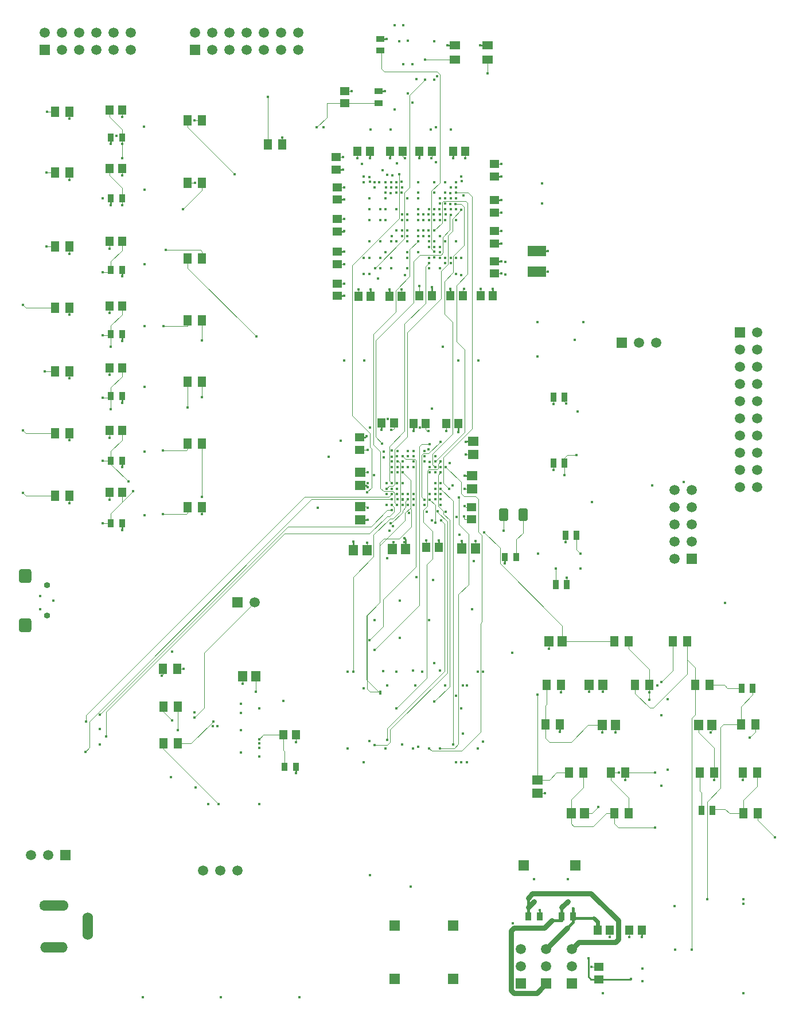
<source format=gbl>
%FSTAX23Y23*%
%MOIN*%
%SFA1B1*%

%IPPOS*%
%AMD53*
4,1,8,0.018700,0.041300,-0.018700,0.041300,-0.037400,0.022600,-0.037400,-0.022600,-0.018700,-0.041300,0.018700,-0.041300,0.037400,-0.022600,0.037400,0.022600,0.018700,0.041300,0.0*
1,1,0.037402,0.018700,0.022600*
1,1,0.037402,-0.018700,0.022600*
1,1,0.037402,-0.018700,-0.022600*
1,1,0.037402,0.018700,-0.022600*
%
%AMD73*
4,1,8,0.025600,-0.029000,0.025600,0.029000,0.019200,0.035400,-0.019200,0.035400,-0.025600,0.029000,-0.025600,-0.029000,-0.019200,-0.035400,0.019200,-0.035400,0.025600,-0.029000,0.0*
1,1,0.012835,0.019200,-0.029000*
1,1,0.012835,0.019200,0.029000*
1,1,0.012835,-0.019200,0.029000*
1,1,0.012835,-0.019200,-0.029000*
%
%ADD11R,0.045275X0.057087*%
%ADD14R,0.110236X0.062992*%
%ADD20R,0.059055X0.059055*%
%ADD28R,0.049212X0.059055*%
%ADD33R,0.057087X0.045275*%
%ADD34R,0.053150X0.061024*%
%ADD38C,0.003937*%
%ADD40C,0.031496*%
%ADD42C,0.010000*%
%ADD50C,0.059055*%
%ADD51R,0.059055X0.059055*%
%ADD52O,0.037401X0.033465*%
G04~CAMADD=53~8~0.0~0.0~748.0~826.8~187.0~0.0~15~0.0~0.0~0.0~0.0~0~0.0~0.0~0.0~0.0~0~0.0~0.0~0.0~0.0~748.0~826.8*
%ADD53D53*%
%ADD54O,0.160000X0.060000*%
%ADD55O,0.060000X0.160000*%
%ADD56O,0.170000X0.060000*%
%ADD57C,0.015748*%
%ADD70R,0.037401X0.053150*%
%ADD71R,0.061024X0.053150*%
%ADD72R,0.033465X0.051181*%
G04~CAMADD=73~8~0.0~0.0~708.7~511.8~64.2~0.0~15~0.0~0.0~0.0~0.0~0~0.0~0.0~0.0~0.0~0~0.0~0.0~0.0~270.0~512.0~708.0*
%ADD73D73*%
%ADD74R,0.051181X0.033465*%
%ADD75R,0.059055X0.049212*%
%ADD76C,0.016732*%
%ADD77C,0.022638*%
%LNpcb_take2-1-1*%
%LPD*%
G54D11*
X04019Y0799D03*
X0409D03*
X0428D03*
X04209D03*
X0445D03*
X04379D03*
X04645D03*
X04574D03*
X04534Y06405D03*
X04605D03*
X04415D03*
X04344D03*
X0423Y0641D03*
X04159D03*
X0366Y04595D03*
X03589D03*
X02579Y06005D03*
X0265D03*
X02579Y0673D03*
X0265D03*
X02579Y0709D03*
X0265D03*
X02579Y07465D03*
X0265D03*
Y0823D03*
X02579D03*
X05414Y0346D03*
X05485D03*
X0567D03*
X05599D03*
X04734Y0715D03*
X04805D03*
X0463D03*
X04559D03*
X04379D03*
X0445D03*
X04275Y07145D03*
X04204D03*
X04024D03*
X04095D03*
X0265Y0789D03*
X02579D03*
Y06365D03*
X0265D03*
X04419Y05685D03*
X0449D03*
G54D14*
X0506Y07291D03*
Y07408D03*
G54D20*
X0596Y0562D03*
X0624Y06935D03*
X04967Y0315D03*
X05116D03*
X05265D03*
G54D28*
X06263Y0414D03*
X06346D03*
X06258Y04375D03*
X06341D03*
X05716Y04885D03*
X05633D03*
X06248Y04655D03*
X06331D03*
X06091Y04375D03*
X06008D03*
X05983Y04885D03*
X06066D03*
X05853Y05138D03*
X05936D03*
X05513Y0414D03*
X05596D03*
X05576Y04375D03*
X05493D03*
X05513Y05138D03*
X05596D03*
X05248Y04375D03*
X05331D03*
X05113Y04655D03*
X05196D03*
X05118Y04885D03*
X05201D03*
X02893Y04545D03*
X02976D03*
X02893Y0476D03*
X02976D03*
X02971Y0498D03*
X02888D03*
X03116Y07805D03*
X03033D03*
X03116Y0817D03*
X03033D03*
Y0592D03*
X03116D03*
X03033Y0629D03*
X03116D03*
Y0665D03*
X03033D03*
Y07005D03*
X03116D03*
Y07365D03*
X03033D03*
X02263Y05985D03*
X02346D03*
X02263Y0635D03*
X02346D03*
X02263Y0671D03*
X02346D03*
X02263Y07435D03*
X02346D03*
X02263Y0708D03*
X02346D03*
X02263Y07865D03*
X02346D03*
X03498Y0803D03*
X03581D03*
X02263Y0822D03*
X02346D03*
G54D33*
X03945Y0834D03*
Y08269D03*
X04815Y07634D03*
Y07705D03*
Y07915D03*
Y07844D03*
Y07525D03*
Y07454D03*
Y07279D03*
Y0735D03*
X039Y0722D03*
Y07149D03*
Y07334D03*
Y07405D03*
Y07595D03*
Y07524D03*
Y0778D03*
Y07709D03*
X03895Y07955D03*
Y07884D03*
X0542Y03245D03*
Y03174D03*
X0468Y0592D03*
Y05849D03*
X0403Y06254D03*
Y06325D03*
G54D34*
X0544Y04653D03*
X05519D03*
X06D03*
X06079D03*
X05444Y04886D03*
X05365D03*
X0526Y04138D03*
X05339D03*
X05209Y0514D03*
X0513D03*
X03429Y04935D03*
X0335D03*
X04074Y0567D03*
X03995D03*
X0422Y05675D03*
X04299D03*
X04704Y0568D03*
X04625D03*
G54D38*
X04327Y06075D02*
Y06076D01*
Y05917D02*
Y06075D01*
X0428Y06122D02*
X04327Y06075D01*
Y0591D02*
Y05917D01*
X04187Y05735D02*
X0426D01*
X0417D02*
X04187D01*
X04295Y05842*
X04147Y05695D02*
X04187Y05735D01*
X04147Y05695D02*
Y05712D01*
Y05365D02*
Y05365D01*
X0414Y04847D02*
X04151D01*
X0409D02*
X0414D01*
X04074Y04914D02*
Y0529D01*
Y04864D02*
Y04914D01*
X0414Y04847D02*
X04151Y04837D01*
X04074Y04914D02*
X0414Y04847D01*
X04073Y04915D02*
X04074Y04914D01*
X02537Y07285D02*
X02586D01*
X02538Y0692D02*
X02586D01*
Y06852D02*
Y0692D01*
X02538Y06555D02*
X02586D01*
Y06565*
Y0649D02*
Y06555D01*
X02653Y0795D02*
Y08032D01*
X06081Y04163D02*
X06156D01*
X05716Y04799D02*
Y04843D01*
X05936Y04951D02*
Y05034D01*
X04159Y0847D02*
Y08576D01*
X02893Y06974D02*
X03033D01*
X04075Y06005D02*
Y06009D01*
X041Y06034*
Y06258*
X0409Y06268D02*
X041Y06258D01*
X0409Y06268D02*
Y0635D01*
X03989Y06452D02*
X0409Y0635D01*
X03989Y06452D02*
Y07325D01*
X04262Y07599*
Y07857*
X04235Y05947D02*
X04249Y05932D01*
X04235Y05947D02*
Y06D01*
X04224Y06012D02*
X04235Y06D01*
X0417Y06012D02*
X04224D01*
X0415Y0603D02*
X0417Y06012D01*
X0415Y0603D02*
Y06242D01*
X0411Y06284D02*
X0415Y06242D01*
X0411Y06284D02*
Y06927D01*
X0424Y07057*
Y0718*
X04322Y07264*
Y0742*
X0437Y07467*
X04392Y05979D02*
X04407Y05964D01*
X04392Y05979D02*
Y06224D01*
X044Y06232*
X0443*
X045Y063*
X0447Y0583D02*
Y05933D01*
X04438Y05964D02*
X0447Y05933D01*
X04574Y04539D02*
Y05955D01*
X04607Y0582D02*
Y05975D01*
Y0582D02*
X04665Y05764D01*
Y0547D02*
Y05764D01*
X04605Y05412D02*
X04665Y0547D01*
X04605Y04544D02*
Y05412D01*
X0458Y04517D02*
X04605Y04544D01*
X04497Y04517D02*
X0458D01*
X04533Y06153D02*
X04621Y06065D01*
Y06D02*
Y06065D01*
Y06D02*
X04638Y05982D01*
X04704*
X0472Y05965*
Y05777D02*
Y05965D01*
Y05777D02*
X04742Y05755D01*
Y05252D02*
Y05755D01*
X04735Y05244D02*
X04742Y05252D01*
X04735Y04612D02*
Y05244D01*
X04624Y04502D02*
X04735Y04612D01*
X0445Y04502D02*
X04624D01*
X04434Y04517D02*
X0445Y04502D01*
X0419Y04566D02*
Y04632D01*
X04525Y04967*
Y05822*
X04506Y05842D02*
X04525Y05822D01*
X04119Y04537D02*
X04192D01*
X04207Y04552*
Y04625*
X0454Y04957*
Y05837*
X04485Y05891D02*
X0454Y05837D01*
X04485Y05891D02*
Y05895D01*
X04455Y06167D02*
X0447Y06153D01*
X04455Y06167D02*
Y0623D01*
X0457Y06345*
Y06995*
X04524Y07042D02*
X0457Y06995D01*
X04524Y07042D02*
Y07232D01*
X04575Y07285*
Y0738*
X04637Y07442*
Y07665*
X0462Y07682D02*
X04637Y07665D01*
X04589Y07682D02*
X0462D01*
X04074Y04864D02*
X0409Y04847D01*
X04074Y0529D02*
X04147Y05365D01*
Y05712D02*
X0417Y05735D01*
X0426D02*
X0433Y05805D01*
Y05905*
X04327Y0591D02*
X0433Y05905D01*
X04281Y06122D02*
X04327Y06076D01*
X04295Y05885D02*
X04327Y05917D01*
X04295Y05842D02*
Y05885D01*
X04147Y05365D02*
Y05695D01*
X04073Y05291D02*
X04147Y05365D01*
X04073Y04915D02*
Y05291D01*
X04415Y0732D02*
X04434Y0734D01*
X04415Y07107D02*
Y0732D01*
X04292Y06985D02*
X04415Y07107D01*
X04292Y06362D02*
Y06985D01*
X04204Y06274D02*
X04292Y06362D01*
X04204Y06072D02*
Y06274D01*
Y06072D02*
X04217Y06058D01*
X04124Y0633D02*
X04162Y0629D01*
X04124Y0633D02*
Y0689D01*
X04344Y0711*
Y0735*
X0438Y07387*
X04504*
X04515Y07399*
Y0749*
X04556Y07532*
Y07615*
X0456Y07619*
X04088Y05146D02*
X04168Y05227D01*
Y05382*
X04359Y05572*
Y06192*
X0435Y062D02*
X04359Y06192D01*
X04297Y062D02*
X0435D01*
X04281Y06217D02*
X04297Y062D01*
X03033Y0731D02*
X0343Y06914D01*
X03033Y0731D02*
Y07365D01*
X03116Y06889D02*
Y07005D01*
Y0598D02*
Y0629D01*
X02586Y06169D02*
X02687Y06068D01*
X02586Y06169D02*
Y0619D01*
X0265Y05949D02*
Y06005D01*
X02586Y05882D02*
X0265Y05949D01*
X02586Y05825D02*
Y05882D01*
X02653Y07677D02*
Y07715D01*
X0544Y04611D02*
X0544Y0461D01*
X0544Y04611D02*
Y04653D01*
X02215Y0822D02*
X02263D01*
X02212Y07865D02*
X02263D01*
X02212Y07435D02*
X02263D01*
X02202Y0671D02*
X02263D01*
X0384Y08269D02*
X03945D01*
X0384Y08186D02*
Y08269D01*
X03783Y0813D02*
X0384Y08186D01*
X04647Y0592D02*
X0468D01*
X0464Y05927D02*
X04647Y0592D01*
X05576Y04375D02*
X05747D01*
X05716Y04843D02*
Y04885D01*
X05444Y04845D02*
X05444Y04845D01*
Y04886*
X05365Y04845D02*
X05365Y04845D01*
X05365Y04845D02*
Y04886D01*
X05633Y04837D02*
Y04885D01*
Y04837D02*
X05719Y04752D01*
X05737*
X05936Y04951*
X0412Y07311D02*
X0429Y07482D01*
Y07749*
X04322Y0778*
Y08316*
X04413Y08407*
X02893Y04728D02*
Y0476D01*
Y04728D02*
X0294Y04681D01*
X03116Y06559D02*
Y0665D01*
X03052Y04545D02*
X0318Y04673D01*
X02976Y04545D02*
X03052D01*
X04217Y05932D02*
X04232Y05919D01*
Y05892D02*
Y05919D01*
X04206Y05867D02*
X04232Y05892D01*
X0419Y05867D02*
X04206D01*
X04088Y05765D02*
X0419Y05867D01*
X03595Y05765D02*
X04088D01*
X02559Y04729D02*
X03595Y05765D01*
X02559Y04585D02*
Y04729D01*
X02521Y04714D02*
X03614Y05807D01*
X04098*
X04193Y05902*
X04217*
X02437Y04497D02*
X02462Y04522D01*
Y04674*
X03752Y05965*
X04218*
X04202Y0598D02*
X04217Y05995D01*
X03712Y0598D02*
X04202D01*
X0244Y04709D02*
X03712Y0598D01*
X0244Y04672D02*
Y04709D01*
X05209Y0514D02*
Y05229D01*
X04847Y05592D02*
X05209Y05229D01*
X04847Y05592D02*
Y05682D01*
X04755Y05774D02*
X04847Y05682D01*
X03033Y06499D02*
Y0665D01*
X04212Y05825D02*
X04215D01*
X04281Y0589*
Y05901*
X04299Y05919*
Y05952*
X0431Y05965*
X04591Y07748D02*
X04663D01*
X04684Y07727*
Y06375D02*
Y07727D01*
X04519Y0621D02*
X04684Y06375D01*
X04519Y0606D02*
Y0621D01*
Y0606D02*
X0455Y06027D01*
X05173Y0547D02*
Y05563D01*
X04465Y0479D02*
X04554Y04877D01*
Y05846*
X04519Y0588D02*
X04554Y05846D01*
X04519Y0588D02*
Y05895D01*
X04487Y05927D02*
X04519Y05895D01*
X04487Y05927D02*
Y06107D01*
X04501Y06122*
X04639Y05853D02*
Y05865D01*
Y05853D02*
X04644Y05849D01*
X0468*
X04867Y05782D02*
Y05875D01*
X04487Y0617D02*
X04502Y06185D01*
X04487Y06147D02*
Y0617D01*
X0448Y06139D02*
X04487Y06147D01*
X04432Y06139D02*
X0448D01*
X04424Y0613D02*
X04432Y06139D01*
X04424Y05927D02*
Y0613D01*
X04401Y05904D02*
X04424Y05927D01*
X04401Y05832D02*
Y05904D01*
Y05832D02*
X04455Y05778D01*
Y0562D02*
Y05778D01*
X0442Y05585D02*
X04455Y0562D01*
X0442Y04925D02*
Y05585D01*
X04245Y0475D02*
X0442Y04925D01*
X05221Y06105D02*
Y06175D01*
X05065Y04334D02*
Y04829D01*
X0425Y06185D02*
X04257D01*
X04267Y06175*
Y05895D02*
Y06175D01*
X04224Y05853D02*
X04267Y05895D01*
X04207Y05853D02*
X04224D01*
X04112Y05758D02*
X04207Y05853D01*
X04112Y05632D02*
Y05758D01*
X03994Y05512D02*
X04112Y05632D01*
X03994Y04962D02*
Y05512D01*
X04187Y06027D02*
X04202Y06044D01*
X04224*
X04234Y06054*
Y06255*
X04309Y0633*
Y06937*
X04505Y07134*
Y07292*
X04545Y07332*
Y07501*
X0457Y07526*
Y07597*
X04622Y07649*
X0307Y04697D02*
X03127Y04754D01*
Y05072*
X0342Y05365*
X05221Y06175D02*
Y06207D01*
X05237Y06224*
X05291*
X05221Y06532D02*
Y0656D01*
Y06532D02*
X05232Y06522D01*
X03033Y08129D02*
Y0817D01*
Y08129D02*
X03305Y07857D01*
X03116Y05879D02*
Y0592D01*
X03115Y05879D02*
X03116Y05879D01*
X0265Y05949D02*
X02714Y06012D01*
X0403Y06254D02*
X04078D01*
X04119Y0509D02*
X04379Y0535D01*
Y06272*
X04393Y06287*
X04437*
X0447Y06185D02*
X0464Y06355D01*
Y06837*
X04595Y06884D02*
X0464Y06837D01*
X04595Y06884D02*
Y07211D01*
X04658Y07275*
Y07689*
X04648Y077D02*
X04658Y07689D01*
X04519Y077D02*
X04648D01*
X04511Y07692D02*
X04519Y077D01*
X04511Y07574D02*
Y07692D01*
X04465Y07529D02*
X04511Y07574D01*
X04501Y06027D02*
X04574Y05955D01*
X04069Y05924D02*
X04077Y05916D01*
X04035Y05924D02*
X04069D01*
X04423Y06364D02*
X04431D01*
X04415Y06372D02*
X04423Y06364D01*
X04415Y06372D02*
Y06405D01*
X04035Y06124D02*
X04077D01*
X04214Y06369D02*
X04222D01*
X0423Y06377*
Y0641*
X0415Y08576D02*
X04159D01*
Y0847D02*
X04175Y08452D01*
X0448*
X04497Y08435*
Y07807D02*
Y08435D01*
X04449Y0776D02*
X04497Y07807D01*
X04449Y07424D02*
Y0776D01*
Y07424D02*
X04465Y07407D01*
X02586Y07285D02*
Y073D01*
X04228Y05713D02*
Y05717D01*
X0422Y05705D02*
X04228Y05713D01*
X0422Y05675D02*
Y05705D01*
X04635Y0719D02*
X04638D01*
X0463Y07184D02*
X04635Y0719D01*
X0463Y0715D02*
Y07184D01*
X04379Y0715D02*
Y07206D01*
X0429Y07949D02*
X04296D01*
X0428Y0796D02*
X0429Y07949D01*
X0428Y0796D02*
Y0799D01*
X04775Y08442D02*
Y08523D01*
X04449Y07949D02*
X0445Y0795D01*
Y0799*
X05983Y04713D02*
Y04885D01*
X05962Y04692D02*
X05983Y04713D01*
X05962Y03347D02*
Y04692D01*
X02976Y04622D02*
Y0476D01*
X05853Y0497D02*
Y05138D01*
X05785Y04902D02*
X05853Y0497D01*
X05576Y04334D02*
Y04375D01*
X05575Y04334D02*
X05576Y04334D01*
X05381Y04138D02*
X05419Y04175D01*
X05339Y04138D02*
X05381D01*
X05535Y04057D02*
X05747D01*
X05513Y04079D02*
X05535Y04057D01*
X05513Y04079D02*
Y0414D01*
X03429Y04846D02*
Y04935D01*
X04413Y08523D02*
X04585D01*
X0526Y0408D02*
Y04138D01*
Y0408D02*
X05276Y04064D01*
X05387*
X05464Y0414*
X05513*
X03472Y04595D02*
X03589D01*
X03449Y04571D02*
X03472Y04595D01*
X05291Y05674D02*
Y05755D01*
Y05674D02*
X05315Y0565D01*
X0288Y04938D02*
X02888Y04946D01*
Y0498*
X02971D02*
X03009D01*
X0618Y0414D02*
X06263D01*
X06156Y04163D02*
X0618Y0414D01*
X06081Y04157D02*
Y04163D01*
X06071Y0461D02*
X06079Y04618D01*
Y04653*
X0605Y0364D02*
Y04207D01*
X06127Y04285*
Y04639*
X06144Y04655*
X06248*
X06316Y04828D02*
Y04867D01*
X06248Y04761D02*
X06316Y04828D01*
X06248Y04655D02*
Y04761D01*
X06091Y04375D02*
Y0452D01*
X06Y0461D02*
X06091Y0452D01*
X06Y0461D02*
Y04653D01*
X02074Y07097D02*
X02091Y0708D01*
X02263*
X02074Y06367D02*
X02091Y0635D01*
X02263*
X02074Y06002D02*
X02091Y05985D01*
X02263*
X02653Y07715D02*
Y07776D01*
X02579Y0785D02*
X02653Y07776D01*
X02579Y0785D02*
Y0789D01*
X05596Y0414D02*
Y04231D01*
X05493Y04334D02*
X05596Y04231D01*
X05493Y04334D02*
Y04375D01*
X06331Y04614D02*
Y04655D01*
X06297Y0458D02*
X06331Y04614D01*
X03498Y0803D02*
Y08307D01*
X02653Y0807D02*
Y08116D01*
X02579Y0819D02*
X02653Y08116D01*
X02579Y0819D02*
Y0823D01*
X05716Y04885D02*
Y04977D01*
X05596Y05097D02*
X05716Y04977D01*
X05596Y05097D02*
Y05138D01*
X02653Y08032D02*
Y0807D01*
X02893Y04513D02*
Y04545D01*
Y04513D02*
X03213Y04193D01*
X03033Y06258D02*
Y0629D01*
X03024Y06249D02*
X03033Y06258D01*
X02888Y06249D02*
X03024D01*
X03033Y05887D02*
Y0592D01*
X03024Y05879D02*
X03033Y05887D01*
X02888Y05879D02*
X03024D01*
X02586Y0692D02*
Y06925D01*
X06346Y04099D02*
X06445Y04D01*
X06346Y04099D02*
Y0414D01*
X03033Y06974D02*
Y07005D01*
Y07805D02*
X03074D01*
X03116Y07365D02*
Y07407D01*
X03107Y07417D02*
X03116Y07407D01*
X02904Y07417D02*
X03107D01*
X05359Y04653D02*
X0544D01*
X0526Y04554D02*
X05359Y04653D01*
X05135Y04554D02*
X0526D01*
X05113Y04575D02*
X05135Y04554D01*
X05113Y04575D02*
Y04655D01*
X03116Y07764D02*
Y07805D01*
X03006Y07654D02*
X03116Y07764D01*
X06091Y04333D02*
Y04375D01*
X05493D02*
X05539D01*
X0307Y0817D02*
X03116D01*
X02538Y0619D02*
X02586D01*
X02537Y05825D02*
X02586D01*
X0265Y07413D02*
Y07465D01*
X02586Y0735D02*
X0265Y07413D01*
X02586Y073D02*
Y0735D01*
X0265Y07038D02*
Y0709D01*
X02586Y06975D02*
X0265Y07038D01*
X02586Y06925D02*
Y06975D01*
X0265Y06678D02*
Y0673D01*
X02586Y06615D02*
X0265Y06678D01*
X02586Y06565D02*
Y06615D01*
X0265Y06308D02*
Y06365D01*
X02586Y06245D02*
X0265Y06308D01*
X02586Y0619D02*
Y06245D01*
X05176Y04375D02*
X05248D01*
X05135Y04334D02*
X05176Y04375D01*
X05065Y04334D02*
X05135D01*
X05118Y04772D02*
Y04885D01*
X05113Y04767D02*
X05118Y04772D01*
X05113Y04655D02*
Y04767D01*
X05361Y05138D02*
X05513D01*
X0536Y0514D02*
X05361Y05138D01*
X05209Y0514D02*
X0536D01*
X03589Y04505D02*
Y04595D01*
Y04505D02*
X03596Y04499D01*
Y0441D02*
Y04499D01*
X04042Y08271D02*
X0414D01*
X0404Y08269D02*
X04042Y08271D01*
X03945Y08269D02*
X0404D01*
X05331Y04291D02*
Y04375D01*
X0526Y0422D02*
X05331Y04291D01*
X0526Y04138D02*
Y0422D01*
X06008Y0427D02*
Y04375D01*
Y0427D02*
X06018Y0426D01*
Y04157D02*
Y0426D01*
X06341Y04295D02*
Y04375D01*
X06263Y04217D02*
X06341Y04295D01*
X06263Y0414D02*
Y04217D01*
X06168Y04867D02*
X06253D01*
X0615Y04885D02*
X06168Y04867D01*
X06066Y04885D02*
X0615D01*
X05936Y05034D02*
Y05138D01*
Y05034D02*
X05983Y04987D01*
Y04885D02*
Y04987D01*
X04982Y05771D02*
Y05875D01*
X04943Y05732D02*
X04982Y05771D01*
X04943Y0563D02*
Y05732D01*
X0366Y04554D02*
Y04595D01*
X0335Y04892D02*
Y04935D01*
X02346Y05943D02*
Y05985D01*
X02579Y05964D02*
Y06005D01*
X05065Y04255D02*
X05107D01*
X02346Y06308D02*
Y0635D01*
X04074Y0567D02*
Y05712D01*
X02579Y06324D02*
Y06365D01*
X05379Y03245D02*
X0542D01*
X05485Y03419D02*
Y0346D01*
X04419Y05685D02*
Y05725D01*
X05599Y03419D02*
Y0346D01*
X05201Y04843D02*
Y04885D01*
X02346Y06668D02*
Y0671D01*
X02579Y06689D02*
Y0673D01*
X0513Y05097D02*
Y0514D01*
X04704Y0568D02*
Y05722D01*
X05519Y0461D02*
Y04653D01*
X04642Y06025D02*
X04685D01*
X05236Y0547D02*
Y05508D01*
X02346Y07038D02*
Y0708D01*
X02579Y07049D02*
Y0709D01*
X04647Y06225D02*
X0469D01*
X05228Y05716D02*
Y05755D01*
X04534Y06364D02*
Y06405D01*
X02346Y07393D02*
Y07435D01*
X06258Y04333D02*
Y04375D01*
X05158Y06136D02*
Y06175D01*
X02579Y07424D02*
Y07465D01*
X04024Y07145D02*
Y07185D01*
X039Y0722D02*
X0394D01*
X04275Y07145D02*
Y07185D01*
X039Y07334D02*
X0394D01*
X05158Y06521D02*
Y0656D01*
X02346Y07823D02*
Y07865D01*
X0265Y07849D02*
Y0789D01*
X04734Y0715D02*
Y0719D01*
X039Y07595D02*
X0394D01*
X04815Y07279D02*
X04855D01*
X039Y0778D02*
X0394D01*
X02346Y08178D02*
Y0822D01*
X0265Y08189D02*
Y0823D01*
X03581Y0803D02*
Y08071D01*
X0506Y07291D02*
X05126D01*
X03895Y07955D02*
X03935D01*
X04815Y07525D02*
X04855D01*
X04019Y07949D02*
Y0799D01*
X04815Y07634D02*
X04855D01*
X04645Y07949D02*
Y0799D01*
X04815Y07915D02*
X04855D01*
X03945Y0834D02*
X03985D01*
G54D40*
X05116Y0335D02*
X05238Y03472D01*
X0506Y03094D02*
X05116Y0315D01*
X04927Y03094D02*
X0506D01*
X04912Y0311D02*
X04927Y03094D01*
X04912Y0311D02*
Y03455D01*
X04927Y03472*
X05105*
X05147Y03515*
X05206Y03594D02*
X0524Y03627D01*
X05011Y03594D02*
X05045Y03627D01*
X05011Y03647D02*
X05036Y03672D01*
X05375D02*
X05534Y03515D01*
X05036Y03672D02*
X05375D01*
X05534Y03407D02*
Y03515D01*
X05517Y0339D02*
X05534Y03407D01*
X05305Y0339D02*
X05517D01*
X05265Y0335D02*
X05305Y0339D01*
G54D42*
X04299Y05675D02*
Y05733D01*
X04035Y05845D02*
X04077D01*
X04069Y06045D02*
X04077Y06037D01*
X04035Y06045D02*
X04069D01*
X0445Y0715D02*
Y07198D01*
X04344Y06364D02*
Y06405D01*
X03995Y0567D02*
Y0572D01*
X04291Y05741D02*
X04299Y05733D01*
X04647Y06299D02*
X04652Y06304D01*
X0469*
X04062Y06325D02*
X0407Y06333D01*
X0403Y06325D02*
X04062D01*
X04605Y06356D02*
Y06405D01*
X03939Y07524D02*
X0394Y07525D01*
X039Y07524D02*
X03939D01*
X0567Y03419D02*
Y0346D01*
X03663Y04372D02*
Y0441D01*
X02653Y05787D02*
Y05825D01*
X05078Y0354D02*
Y03577D01*
X02653Y06152D02*
Y0619D01*
X05196Y04613D02*
Y04655D01*
X02653Y06527D02*
Y06565D01*
X0449Y05685D02*
Y05725D01*
X04625Y0568D02*
Y05722D01*
X04876Y05592D02*
Y0563D01*
X02653Y06887D02*
Y06925D01*
X04159Y06369D02*
Y0641D01*
X04642Y06104D02*
X04685D01*
X02653Y07262D02*
Y073D01*
X039Y07149D02*
X0394D01*
X04095Y07145D02*
Y07185D01*
X04204Y07145D02*
Y07185D01*
X02586Y07677D02*
Y07715D01*
X039Y07405D02*
X0394D01*
X04559Y0715D02*
Y0719D01*
X04805Y0715D02*
Y0719D01*
X039Y07709D02*
X0394D01*
X02586Y08032D02*
Y0807D01*
X04815Y0735D02*
X04855D01*
X03895Y07884D02*
X03935D01*
X04815Y07454D02*
X04855D01*
X0506Y07408D02*
X05126D01*
X0409Y07949D02*
Y0799D01*
X04209Y07949D02*
Y0799D01*
X04815Y07705D02*
X04855D01*
X04379Y07949D02*
Y0799D01*
X04815Y07844D02*
X04855D01*
X04574Y07949D02*
Y0799D01*
X0414Y08338D02*
X04177D01*
X0415Y08643D02*
X04187D01*
X04543Y08606D02*
X04585D01*
X04733D02*
X04775D01*
X0542Y03174D02*
X05606D01*
X05607Y03175*
X0536Y0319D02*
Y03295D01*
Y0319D02*
X05375Y03174D01*
X0542*
G54D50*
X0312Y03805D03*
X0322D03*
X0332D03*
X0586Y0602D03*
X0596D03*
X0586Y0592D03*
X0596D03*
X0586Y0582D03*
X0596D03*
X0586Y0572D03*
X0596D03*
X0586Y0562D03*
X0634Y06935D03*
X0624Y06835D03*
X0634D03*
X0624Y06735D03*
X0634D03*
X0624Y06635D03*
X0634D03*
X0624Y06535D03*
X0634D03*
X0624Y06435D03*
X0634D03*
X0624Y06335D03*
X0634D03*
X0624Y06235D03*
X0634D03*
X0624Y06135D03*
X0634D03*
X0624Y06035D03*
X0634D03*
X05655Y06875D03*
X05755D03*
X027Y0868D03*
Y0858D03*
X026Y0868D03*
Y0858D03*
X025Y0868D03*
Y0858D03*
X024Y0868D03*
Y0858D03*
X023Y0868D03*
Y0858D03*
X022Y0868D03*
X04967Y0325D03*
Y0335D03*
X05116Y0325D03*
Y0335D03*
X0222Y03895D03*
X0212D03*
X05265Y0325D03*
Y0335D03*
X03075Y0868D03*
X03175Y0858D03*
Y0868D03*
X03275Y0858D03*
Y0868D03*
X03375Y0858D03*
Y0868D03*
X03475Y0858D03*
Y0868D03*
X03575Y0858D03*
Y0868D03*
X03675Y0858D03*
Y0868D03*
X0342Y05365D03*
G54D51*
X05555Y06875D03*
X04985Y03835D03*
X05285D03*
X022Y0858D03*
X04575Y03485D03*
X04235D03*
X04575Y03175D03*
X04235D03*
X0232Y03895D03*
X03075Y0858D03*
X0332Y05365D03*
G54D52*
X02215Y05289D03*
Y05465D03*
G54D53*
X02089Y05521D03*
Y05233D03*
G54D54*
X02255Y0336D03*
G54D55*
X02451Y03482D03*
G54D56*
X02255Y03604D03*
G54D57*
X04452Y05842D03*
X04187Y05932D03*
X05299Y06476D03*
X04276Y07812D03*
X0443Y06255D03*
X04187Y05995D03*
X04075Y06005D03*
X04262Y07857D03*
X0437Y07467D03*
X04557Y07682D03*
X04249Y05932D03*
X04465Y05012D03*
X04497Y0497D03*
X04591Y0778D03*
X045Y063D03*
X0447Y0583D03*
X04438Y05964D03*
X04497Y07685D03*
X04695Y05605D03*
X04574Y04539D03*
X04294Y07269D03*
X04495Y07652D03*
X0447Y06122D03*
X04634Y07733D03*
X04607Y05975D03*
X04497Y04517D03*
X0443Y07622D03*
X04533Y06153D03*
X04434Y04517D03*
X0419Y04566D03*
X04506Y05842D03*
X0447Y06185D03*
X04119Y04537D03*
X04485Y05895D03*
X0447Y06153D03*
X04589Y07682D03*
X04502Y06154D03*
X04452Y06494D03*
X04151Y04847D03*
X0428Y06122D03*
X04463Y07622D03*
X04281Y06122D03*
X04151Y04837D03*
X04187Y06059D03*
X04137Y0725D03*
X04497Y07622D03*
X0453Y07624D03*
X04434Y0734D03*
X04217Y06058D03*
X04249Y06059D03*
X04162Y0629D03*
X0456Y07619D03*
X04464Y07588D03*
X04219Y06027D03*
X04088Y05146D03*
X04281Y06217D03*
X04249Y06216D03*
X04115Y06107D03*
X04092Y06384D03*
X04217Y06248D03*
X04088Y0456D03*
X04172Y06244D03*
X0417Y06209D03*
X03787Y05915D03*
X04591Y04437D03*
X04655Y04437D03*
X04217Y06185D03*
X04632Y04602D03*
X04118Y05263D03*
X04217Y06154D03*
X04749Y04557D03*
X0425Y06122D03*
X04686Y05325D03*
X04654Y04882D03*
X04217Y06122D03*
X04265Y05159D03*
X04591Y04824D03*
X04312Y06247D03*
X04317Y05885D03*
X0428Y05995D03*
X0343Y06914D03*
X04312Y05995D03*
X03116Y06889D03*
X04344Y05965D03*
X03116Y0598D03*
X02537Y07285D03*
X0425Y06154D03*
X04532Y05894D03*
X04204Y05784D03*
X02586Y0649D03*
X04594Y05862D03*
X02687Y06068D03*
X04501Y05965D03*
X0538Y05949D03*
X04312Y06217D03*
Y06154D03*
X0425Y05965D03*
X02653Y0795D03*
X04213Y07745D03*
X02653Y07677D03*
X02537Y07715D03*
X04214Y0778D03*
X04119Y07811D03*
X04166Y0788D03*
X04185Y0778D03*
X04249Y0792D03*
X04277Y0778D03*
X0544Y0461D03*
X04344Y05932D03*
X0294Y0508D03*
X02215Y0822D03*
X02212Y07865D03*
Y07435D03*
X02202Y0671D03*
X0382Y0813D03*
X04088Y07277D03*
X03783Y0813D03*
X0464Y05927D03*
X0457Y06045D03*
X05747Y04375D03*
X05716Y04843D03*
X05444Y04845D03*
X05716Y04799D03*
X0576Y04883D03*
X05365Y04845D03*
X05064Y06995D03*
X0528Y06892D03*
X04434Y07497D03*
X04475Y07927D03*
Y0813D03*
X04465Y07374D03*
X04235Y08234D03*
X0412Y07311D03*
X04413Y08407D03*
X04482Y08425D03*
X04592Y07277D03*
X06154Y05362D03*
X04457Y05497D03*
X0294Y04681D03*
X03077Y04291D03*
X03116Y06559D03*
X0318Y04673D03*
X04438Y06122D03*
X04439Y06154D03*
X04217Y05932D03*
X02559Y04585D03*
X02521Y04714D03*
X04217Y05902D03*
X02437Y04497D03*
X04218Y05965D03*
X04217Y05995D03*
X0244Y04672D03*
X04514Y06852D03*
X02586D03*
X04465Y07465D03*
X04344Y06153D03*
X0428Y05965D03*
X04529Y07686D03*
X04437Y06184D03*
X04755Y05774D03*
X03033Y06499D03*
X04212Y05825D03*
X0431Y05965D03*
X04497Y07497D03*
X0455Y06027D03*
X04622Y0475D03*
X04591Y07748D03*
X04407Y05964D03*
X04529Y04882D03*
X0461Y05761D03*
X05173Y05563D03*
X04465Y0479D03*
X04501Y06122D03*
X04639Y05865D03*
X04867Y05782D03*
X04407Y06247D03*
X04917Y05072D03*
X0437Y04525D03*
X04182Y04517D03*
X04355Y04882D03*
X04245Y0475D03*
X04465Y07654D03*
X04555Y06176D03*
X04167Y04965D03*
X04749Y04962D03*
X05221Y06105D03*
X0419Y05622D03*
X04337Y08497D03*
X04362Y08408D03*
X045Y05995D03*
X05065Y04829D03*
X0425Y06185D03*
X03994Y04962D03*
X04187Y06027D03*
X04622Y07649D03*
X04226Y0581D03*
X04249Y05995D03*
X0307Y04697D03*
X05291Y06224D03*
X04439Y05995D03*
X0436Y05512D03*
X0626Y03612D03*
X0429Y05717D03*
X0447Y05996D03*
X05232Y06522D03*
X04222Y0785D03*
X04214Y07811D03*
X04245Y0778D03*
X04146Y07811D03*
X0419Y07854D03*
X04045Y07917D03*
X04276Y07749D03*
X03305Y07857D03*
X0409Y07812D03*
X04077Y05845D03*
X03115Y05879D03*
X04312Y05932D03*
X02714Y06012D03*
X0447Y05965D03*
X04078Y06254D03*
X04119Y0509D03*
X04437Y06287D03*
X04502Y06154D03*
X04407Y06216D03*
X05732Y06047D03*
X04501Y06059D03*
X04465Y07529D03*
X04501Y06027D03*
X0456Y07652D03*
X04217Y07497D03*
X0428Y06059D03*
X04423Y05893D03*
X04056Y04866D03*
X04077Y05916D03*
X04078Y0606D03*
X04344Y06217D03*
X04192Y04882D03*
X04077Y06037D03*
X04195Y06434D03*
X0438Y06384D03*
X0445Y07198D03*
X04344Y06364D03*
X04431D03*
X04432Y0753D03*
X0447Y06216D03*
X03852Y06212D03*
X0425Y06247D03*
X04077Y06124D03*
X04214Y06369D03*
X0392Y06307D03*
X04217Y06214D03*
X04344Y06247D03*
X04465Y07407D03*
X04623Y07268D03*
X03995Y0572D03*
X04291Y05741D03*
X04281Y05964D03*
X04434Y05262D03*
X04228Y05717D03*
X04497Y07432D03*
X04344Y06185D03*
X0428D03*
X04265Y05375D03*
X04277Y04541D03*
X04502Y06185D03*
X0456Y07717D03*
X04647Y06299D03*
X0407Y06333D03*
X04638Y0719D03*
X04395Y04962D03*
X04631Y04882D03*
X04529Y0737D03*
X04285Y08497D03*
X04379Y07206D03*
X04296Y07949D03*
X02175Y05402D03*
X03342Y04494D03*
X03449Y04469D03*
X0225Y05377D03*
X04465Y08407D03*
X04775Y08442D03*
X04559Y07745D03*
X04311Y08327D03*
X04449Y07949D03*
X04312Y08632D03*
X05962Y03347D03*
X05915Y06065D03*
X04605Y06356D03*
X0434Y0497D03*
X04249Y06059D03*
X04245Y04962D03*
X03204Y04647D03*
X02976Y04622D03*
X04337Y08272D03*
X04626Y07815D03*
X05785Y04902D03*
X05575Y04334D03*
X05419Y04175D03*
X05747Y04057D03*
X03429Y04846D03*
X03449Y04519D03*
X04413Y08523D03*
X03449Y04571D03*
X05315Y0565D03*
X0288Y04938D03*
X03009Y0498D03*
X06071Y0461D03*
X0605Y0364D03*
X04528Y07749D03*
X02074Y07097D03*
Y06367D03*
Y06002D03*
X06297Y0458D03*
X02538Y06555D03*
X03498Y08307D03*
X02617Y0808D03*
X02653Y08032D03*
X03213Y04193D03*
X02888Y06249D03*
Y05879D03*
X02538Y0692D03*
X06445Y04D03*
X02893Y06974D03*
X04087Y07839D03*
X03074Y07805D03*
X02904Y07417D03*
X03006Y07654D03*
X06091Y04333D03*
X05539Y04375D03*
X0307Y0817D03*
X02538Y0619D03*
X02537Y05825D03*
X03152Y04192D03*
X0307Y04725D03*
X04922Y035D03*
X0394Y07525D03*
X04309Y07465D03*
X04245Y07529D03*
X04182Y0759D03*
X04434D03*
X0437Y07654D03*
X0277Y03069D03*
X03225D03*
X02522Y04541D03*
X0368Y03069D03*
X03177Y04647D03*
X03448Y04545D03*
X03342Y04622D03*
Y04724D03*
X03448Y0475D03*
X03342Y04775D03*
X0366Y04554D03*
X02174Y05326D03*
X0335Y04892D03*
X03589Y04794D03*
X04327Y03713D03*
X04056Y04437D03*
X03962Y04962D03*
X0434Y04517D03*
X02346Y05943D03*
X02782Y05873D03*
X02579Y05964D03*
X04717Y04517D03*
X05045Y03755D03*
X05107Y04255D03*
X0524Y03755D03*
X02346Y06308D03*
X02782Y06243D03*
X04074Y05712D03*
X02579Y06324D03*
X05379Y03245D03*
X05485Y03419D03*
X04419Y05725D03*
X05599Y03419D03*
X05675Y03237D03*
X05201Y04843D03*
X02346Y06668D03*
X02782Y06618D03*
X04281Y05933D03*
X02579Y06689D03*
X0513Y05097D03*
X04249Y06027D03*
X04407Y05933D03*
X04704Y05722D03*
X04344Y05996D03*
X04501Y05933D03*
X05865Y03347D03*
X05519Y0461D03*
X04281Y06153D03*
X0447Y06027D03*
X05863Y03598D03*
X0447Y06059D03*
X04407Y06185D03*
X05785Y04299D03*
X04642Y06025D03*
X05236Y05508D03*
X02782Y06973D03*
X02346Y07038D03*
X05068Y0565D03*
X02579Y07049D03*
X05316Y05563D03*
X05785Y04709D03*
X04647Y06225D03*
X05228Y05716D03*
X04534Y06364D03*
X0626Y03094D03*
X03941Y06773D03*
X0626Y03639D03*
X02782Y07333D03*
X02346Y07393D03*
X06258Y04333D03*
X05158Y06136D03*
X02579Y07424D03*
X04024Y07185D03*
X0394Y0722D03*
X04606Y06773D03*
X04275Y07185D03*
X0394Y07334D03*
X05158Y06521D03*
X04056Y07276D03*
Y07371D03*
X02782Y07766D03*
X04214Y07308D03*
X02346Y07823D03*
X04151Y07371D03*
X05064Y06795D03*
X0265Y07849D03*
X04088Y07465D03*
X04434Y07308D03*
X04308Y07371D03*
X04734Y0719D03*
X0394Y07595D03*
X04214Y07465D03*
X04497Y07371D03*
X0456Y07339D03*
X04151Y07591D03*
X04434Y07434D03*
X0456Y07371D03*
X04308Y07497D03*
X04465Y07434D03*
X04277Y07528D03*
X04088Y07654D03*
X04623Y07371D03*
X04402Y07497D03*
X04371Y07528D03*
X04855Y07279D03*
X04308Y07591D03*
X04182Y07654D03*
X0394Y0778D03*
X04277Y07622D03*
X04402Y07591D03*
X04591Y07465D03*
X04371Y07622D03*
X04879Y07274D03*
X04182Y07748D03*
X04528Y07591D03*
X04119Y0778D03*
X02777Y08133D03*
X02346Y08178D03*
X04434Y07654D03*
X04056Y07843D03*
X0265Y08189D03*
X03581Y08071D03*
X05126Y07291D03*
X04371Y07748D03*
X04245Y07811D03*
X03935Y07955D03*
X04591Y07654D03*
X04855Y07525D03*
X04528Y07717D03*
X04019Y07949D03*
X04465Y07811D03*
X0456Y0778D03*
X04855Y07634D03*
X04623Y07843D03*
X04213Y08116D03*
X05091Y07686D03*
X04446Y08116D03*
X04645Y07949D03*
X04855Y07915D03*
X03985Y0834D03*
X04465Y08631D03*
X05675Y03162D03*
X0567Y03419D03*
X04245Y07465D03*
X04277Y07497D03*
X04371D03*
X04434Y07465D03*
X04308Y07528D03*
X04277Y07591D03*
X04402Y07528D03*
X04371Y07591D03*
X04308Y07622D03*
X04245Y07654D03*
X04402Y07622D03*
X02522Y04628D03*
X03447Y04193D03*
X03663Y04372D03*
X03962Y04517D03*
X02653Y05787D03*
X04623Y04437D03*
X05078Y03577D03*
X02653Y06152D03*
X04717Y04962D03*
X05196Y04613D03*
X02653Y06527D03*
X0449Y05725D03*
X04625Y05722D03*
X04876Y05592D03*
X02653Y06887D03*
X04159Y06369D03*
X05822Y04393D03*
X04642Y06104D03*
X05822Y04803D03*
X02653Y07262D03*
X04058Y06773D03*
X0394Y07149D03*
X04095Y07185D03*
X04204D03*
X04723Y06773D03*
X02586Y07677D03*
X0394Y07405D03*
X04151Y07308D03*
X04088Y07371D03*
X04559Y0719D03*
X04308Y07308D03*
X04214Y07371D03*
X04182Y07402D03*
X04151Y07465D03*
X04497Y07308D03*
X04308Y07402D03*
X04371D03*
X04434Y07371D03*
X04805Y0719D03*
X04528Y07339D03*
X04088Y07591D03*
X04497Y07402D03*
X0394Y07709D03*
X04591Y07371D03*
X02586Y08032D03*
X04151Y07654D03*
X04528Y07465D03*
X04088Y07717D03*
X05331Y06995D03*
X04855Y0735D03*
X04182Y07717D03*
X04497Y07591D03*
X04056Y07811D03*
X04879Y07345D03*
X03935Y07884D03*
X04308Y07717D03*
X04245Y07748D03*
X04591Y07591D03*
X04371Y07717D03*
X04855Y07454D03*
X04182Y07811D03*
X04528Y07654D03*
X04497Y07717D03*
X04465Y07748D03*
X04371Y07811D03*
X04591Y07717D03*
X05126Y07408D03*
X0409Y07949D03*
X04528Y07811D03*
X04591D03*
X04209Y07949D03*
X04096Y08116D03*
X04855Y07705D03*
X04379Y07949D03*
X04855Y07844D03*
X04574Y07949D03*
X04563Y08116D03*
X05091Y07803D03*
X04177Y08338D03*
X04187Y08643D03*
X04234Y08722D03*
X0426Y08631D03*
X04286Y08722D03*
X04543Y08606D03*
X04733D03*
X05607Y03175D03*
X05444Y03094D03*
X05273Y03587D03*
X0409Y0378D03*
X0524Y03627D03*
X05045D03*
X0536Y03295D03*
X02935Y04349D03*
G54D70*
X06253Y04867D03*
X06316D03*
X06018Y04157D03*
X06081D03*
X05291Y05755D03*
X05228D03*
X05158Y06175D03*
X05221D03*
X05158Y0656D03*
X05221D03*
X05173Y0547D03*
X05236D03*
G54D71*
X05065Y04334D03*
Y04255D03*
X0469Y06225D03*
Y06304D03*
X04685Y06025D03*
Y06104D03*
X04035Y05924D03*
Y05845D03*
Y06124D03*
Y06045D03*
G54D72*
X04943Y0563D03*
X04876D03*
X03596Y0441D03*
X03663D03*
X02653Y07715D03*
X02586D03*
X02653Y0807D03*
X02586D03*
Y073D03*
X02653D03*
X02586Y06925D03*
X02653D03*
X02586Y06565D03*
X02653D03*
X02586Y0619D03*
X02653D03*
X02586Y05825D03*
X02653D03*
X05011Y0354D03*
X05078D03*
X05273D03*
X05206D03*
G54D73*
X04982Y05875D03*
X04867D03*
G54D74*
X0414Y08271D03*
Y08338D03*
X0415Y08576D03*
Y08643D03*
G54D75*
X04775Y08606D03*
Y08523D03*
X04585Y08606D03*
Y08523D03*
G54D76*
X05273Y0353D02*
X05392D01*
X05147Y03515D02*
X05206D01*
X05273Y0354D02*
Y03587D01*
X05238Y03472D02*
X05273Y03507D01*
Y0353*
Y0354*
X05206Y03515D02*
Y0354D01*
Y03594*
X05011Y0354D02*
Y03594D01*
Y03647*
G54D77*
X05392Y0353D02*
X05414Y03508D01*
Y0346D02*
Y03508D01*
M02*
</source>
